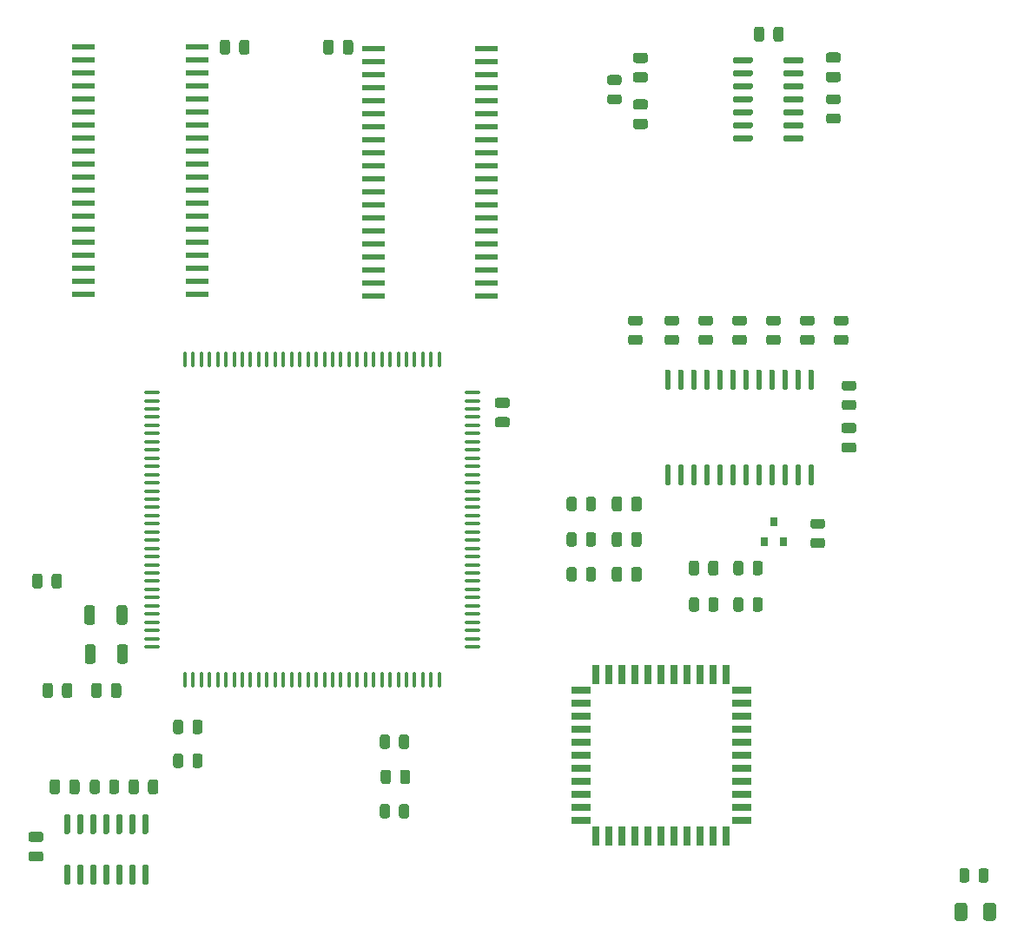
<source format=gtp>
G04 #@! TF.GenerationSoftware,KiCad,Pcbnew,(5.1.10)-1*
G04 #@! TF.CreationDate,2021-07-30T10:38:07+01:00*
G04 #@! TF.ProjectId,GfxV9990,47667856-3939-4393-902e-6b696361645f,rev?*
G04 #@! TF.SameCoordinates,Original*
G04 #@! TF.FileFunction,Paste,Top*
G04 #@! TF.FilePolarity,Positive*
%FSLAX46Y46*%
G04 Gerber Fmt 4.6, Leading zero omitted, Abs format (unit mm)*
G04 Created by KiCad (PCBNEW (5.1.10)-1) date 2021-07-30 10:38:07*
%MOMM*%
%LPD*%
G01*
G04 APERTURE LIST*
%ADD10R,1.925000X0.700000*%
%ADD11R,0.700000X1.925000*%
%ADD12R,0.800000X0.900000*%
%ADD13R,2.200000X0.500000*%
%ADD14O,0.350000X1.600000*%
%ADD15O,1.600000X0.350000*%
G04 APERTURE END LIST*
G36*
G01*
X182913000Y-93160000D02*
X183863000Y-93160000D01*
G75*
G02*
X184113000Y-93410000I0J-250000D01*
G01*
X184113000Y-93910000D01*
G75*
G02*
X183863000Y-94160000I-250000J0D01*
G01*
X182913000Y-94160000D01*
G75*
G02*
X182663000Y-93910000I0J250000D01*
G01*
X182663000Y-93410000D01*
G75*
G02*
X182913000Y-93160000I250000J0D01*
G01*
G37*
G36*
G01*
X182913000Y-91260000D02*
X183863000Y-91260000D01*
G75*
G02*
X184113000Y-91510000I0J-250000D01*
G01*
X184113000Y-92010000D01*
G75*
G02*
X183863000Y-92260000I-250000J0D01*
G01*
X182913000Y-92260000D01*
G75*
G02*
X182663000Y-92010000I0J250000D01*
G01*
X182663000Y-91510000D01*
G75*
G02*
X182913000Y-91260000I250000J0D01*
G01*
G37*
G36*
G01*
X174014000Y-63350000D02*
X174014000Y-63650000D01*
G75*
G02*
X173864000Y-63800000I-150000J0D01*
G01*
X172214000Y-63800000D01*
G75*
G02*
X172064000Y-63650000I0J150000D01*
G01*
X172064000Y-63350000D01*
G75*
G02*
X172214000Y-63200000I150000J0D01*
G01*
X173864000Y-63200000D01*
G75*
G02*
X174014000Y-63350000I0J-150000D01*
G01*
G37*
G36*
G01*
X174014000Y-62080000D02*
X174014000Y-62380000D01*
G75*
G02*
X173864000Y-62530000I-150000J0D01*
G01*
X172214000Y-62530000D01*
G75*
G02*
X172064000Y-62380000I0J150000D01*
G01*
X172064000Y-62080000D01*
G75*
G02*
X172214000Y-61930000I150000J0D01*
G01*
X173864000Y-61930000D01*
G75*
G02*
X174014000Y-62080000I0J-150000D01*
G01*
G37*
G36*
G01*
X174014000Y-60810000D02*
X174014000Y-61110000D01*
G75*
G02*
X173864000Y-61260000I-150000J0D01*
G01*
X172214000Y-61260000D01*
G75*
G02*
X172064000Y-61110000I0J150000D01*
G01*
X172064000Y-60810000D01*
G75*
G02*
X172214000Y-60660000I150000J0D01*
G01*
X173864000Y-60660000D01*
G75*
G02*
X174014000Y-60810000I0J-150000D01*
G01*
G37*
G36*
G01*
X174014000Y-59540000D02*
X174014000Y-59840000D01*
G75*
G02*
X173864000Y-59990000I-150000J0D01*
G01*
X172214000Y-59990000D01*
G75*
G02*
X172064000Y-59840000I0J150000D01*
G01*
X172064000Y-59540000D01*
G75*
G02*
X172214000Y-59390000I150000J0D01*
G01*
X173864000Y-59390000D01*
G75*
G02*
X174014000Y-59540000I0J-150000D01*
G01*
G37*
G36*
G01*
X174014000Y-58270000D02*
X174014000Y-58570000D01*
G75*
G02*
X173864000Y-58720000I-150000J0D01*
G01*
X172214000Y-58720000D01*
G75*
G02*
X172064000Y-58570000I0J150000D01*
G01*
X172064000Y-58270000D01*
G75*
G02*
X172214000Y-58120000I150000J0D01*
G01*
X173864000Y-58120000D01*
G75*
G02*
X174014000Y-58270000I0J-150000D01*
G01*
G37*
G36*
G01*
X174014000Y-57000000D02*
X174014000Y-57300000D01*
G75*
G02*
X173864000Y-57450000I-150000J0D01*
G01*
X172214000Y-57450000D01*
G75*
G02*
X172064000Y-57300000I0J150000D01*
G01*
X172064000Y-57000000D01*
G75*
G02*
X172214000Y-56850000I150000J0D01*
G01*
X173864000Y-56850000D01*
G75*
G02*
X174014000Y-57000000I0J-150000D01*
G01*
G37*
G36*
G01*
X174014000Y-55730000D02*
X174014000Y-56030000D01*
G75*
G02*
X173864000Y-56180000I-150000J0D01*
G01*
X172214000Y-56180000D01*
G75*
G02*
X172064000Y-56030000I0J150000D01*
G01*
X172064000Y-55730000D01*
G75*
G02*
X172214000Y-55580000I150000J0D01*
G01*
X173864000Y-55580000D01*
G75*
G02*
X174014000Y-55730000I0J-150000D01*
G01*
G37*
G36*
G01*
X178964000Y-55730000D02*
X178964000Y-56030000D01*
G75*
G02*
X178814000Y-56180000I-150000J0D01*
G01*
X177164000Y-56180000D01*
G75*
G02*
X177014000Y-56030000I0J150000D01*
G01*
X177014000Y-55730000D01*
G75*
G02*
X177164000Y-55580000I150000J0D01*
G01*
X178814000Y-55580000D01*
G75*
G02*
X178964000Y-55730000I0J-150000D01*
G01*
G37*
G36*
G01*
X178964000Y-57000000D02*
X178964000Y-57300000D01*
G75*
G02*
X178814000Y-57450000I-150000J0D01*
G01*
X177164000Y-57450000D01*
G75*
G02*
X177014000Y-57300000I0J150000D01*
G01*
X177014000Y-57000000D01*
G75*
G02*
X177164000Y-56850000I150000J0D01*
G01*
X178814000Y-56850000D01*
G75*
G02*
X178964000Y-57000000I0J-150000D01*
G01*
G37*
G36*
G01*
X178964000Y-58270000D02*
X178964000Y-58570000D01*
G75*
G02*
X178814000Y-58720000I-150000J0D01*
G01*
X177164000Y-58720000D01*
G75*
G02*
X177014000Y-58570000I0J150000D01*
G01*
X177014000Y-58270000D01*
G75*
G02*
X177164000Y-58120000I150000J0D01*
G01*
X178814000Y-58120000D01*
G75*
G02*
X178964000Y-58270000I0J-150000D01*
G01*
G37*
G36*
G01*
X178964000Y-59540000D02*
X178964000Y-59840000D01*
G75*
G02*
X178814000Y-59990000I-150000J0D01*
G01*
X177164000Y-59990000D01*
G75*
G02*
X177014000Y-59840000I0J150000D01*
G01*
X177014000Y-59540000D01*
G75*
G02*
X177164000Y-59390000I150000J0D01*
G01*
X178814000Y-59390000D01*
G75*
G02*
X178964000Y-59540000I0J-150000D01*
G01*
G37*
G36*
G01*
X178964000Y-60810000D02*
X178964000Y-61110000D01*
G75*
G02*
X178814000Y-61260000I-150000J0D01*
G01*
X177164000Y-61260000D01*
G75*
G02*
X177014000Y-61110000I0J150000D01*
G01*
X177014000Y-60810000D01*
G75*
G02*
X177164000Y-60660000I150000J0D01*
G01*
X178814000Y-60660000D01*
G75*
G02*
X178964000Y-60810000I0J-150000D01*
G01*
G37*
G36*
G01*
X178964000Y-62080000D02*
X178964000Y-62380000D01*
G75*
G02*
X178814000Y-62530000I-150000J0D01*
G01*
X177164000Y-62530000D01*
G75*
G02*
X177014000Y-62380000I0J150000D01*
G01*
X177014000Y-62080000D01*
G75*
G02*
X177164000Y-61930000I150000J0D01*
G01*
X178814000Y-61930000D01*
G75*
G02*
X178964000Y-62080000I0J-150000D01*
G01*
G37*
G36*
G01*
X178964000Y-63350000D02*
X178964000Y-63650000D01*
G75*
G02*
X178814000Y-63800000I-150000J0D01*
G01*
X177164000Y-63800000D01*
G75*
G02*
X177014000Y-63650000I0J150000D01*
G01*
X177014000Y-63350000D01*
G75*
G02*
X177164000Y-63200000I150000J0D01*
G01*
X178814000Y-63200000D01*
G75*
G02*
X178964000Y-63350000I0J-150000D01*
G01*
G37*
D10*
X157237500Y-130048000D03*
X157237500Y-128778000D03*
X157237500Y-127508000D03*
X157237500Y-126238000D03*
X157237500Y-124968000D03*
X157237500Y-123698000D03*
X157237500Y-122428000D03*
X157237500Y-121158000D03*
X157237500Y-119888000D03*
X157237500Y-118618000D03*
X157237500Y-117348000D03*
D11*
X158750000Y-115835500D03*
X160020000Y-115835500D03*
X161290000Y-115835500D03*
X162560000Y-115835500D03*
X163830000Y-115835500D03*
X165100000Y-115835500D03*
X166370000Y-115835500D03*
X167640000Y-115835500D03*
X168910000Y-115835500D03*
X170180000Y-115835500D03*
X171450000Y-115835500D03*
D10*
X172962500Y-117348000D03*
X172962500Y-118618000D03*
X172962500Y-119888000D03*
X172962500Y-121158000D03*
X172962500Y-122428000D03*
X172962500Y-123698000D03*
X172962500Y-124968000D03*
X172962500Y-126238000D03*
X172962500Y-127508000D03*
X172962500Y-128778000D03*
X172962500Y-130048000D03*
D11*
X158750000Y-131560500D03*
X160020000Y-131560500D03*
X161290000Y-131560500D03*
X162560000Y-131560500D03*
X163830000Y-131560500D03*
X171450000Y-131560500D03*
X170180000Y-131560500D03*
X168910000Y-131560500D03*
X167640000Y-131560500D03*
X166370000Y-131560500D03*
X165100000Y-131560500D03*
G36*
G01*
X114658000Y-134342000D02*
X114958000Y-134342000D01*
G75*
G02*
X115108000Y-134492000I0J-150000D01*
G01*
X115108000Y-136142000D01*
G75*
G02*
X114958000Y-136292000I-150000J0D01*
G01*
X114658000Y-136292000D01*
G75*
G02*
X114508000Y-136142000I0J150000D01*
G01*
X114508000Y-134492000D01*
G75*
G02*
X114658000Y-134342000I150000J0D01*
G01*
G37*
G36*
G01*
X113388000Y-134342000D02*
X113688000Y-134342000D01*
G75*
G02*
X113838000Y-134492000I0J-150000D01*
G01*
X113838000Y-136142000D01*
G75*
G02*
X113688000Y-136292000I-150000J0D01*
G01*
X113388000Y-136292000D01*
G75*
G02*
X113238000Y-136142000I0J150000D01*
G01*
X113238000Y-134492000D01*
G75*
G02*
X113388000Y-134342000I150000J0D01*
G01*
G37*
G36*
G01*
X112118000Y-134342000D02*
X112418000Y-134342000D01*
G75*
G02*
X112568000Y-134492000I0J-150000D01*
G01*
X112568000Y-136142000D01*
G75*
G02*
X112418000Y-136292000I-150000J0D01*
G01*
X112118000Y-136292000D01*
G75*
G02*
X111968000Y-136142000I0J150000D01*
G01*
X111968000Y-134492000D01*
G75*
G02*
X112118000Y-134342000I150000J0D01*
G01*
G37*
G36*
G01*
X110848000Y-134342000D02*
X111148000Y-134342000D01*
G75*
G02*
X111298000Y-134492000I0J-150000D01*
G01*
X111298000Y-136142000D01*
G75*
G02*
X111148000Y-136292000I-150000J0D01*
G01*
X110848000Y-136292000D01*
G75*
G02*
X110698000Y-136142000I0J150000D01*
G01*
X110698000Y-134492000D01*
G75*
G02*
X110848000Y-134342000I150000J0D01*
G01*
G37*
G36*
G01*
X109578000Y-134342000D02*
X109878000Y-134342000D01*
G75*
G02*
X110028000Y-134492000I0J-150000D01*
G01*
X110028000Y-136142000D01*
G75*
G02*
X109878000Y-136292000I-150000J0D01*
G01*
X109578000Y-136292000D01*
G75*
G02*
X109428000Y-136142000I0J150000D01*
G01*
X109428000Y-134492000D01*
G75*
G02*
X109578000Y-134342000I150000J0D01*
G01*
G37*
G36*
G01*
X108308000Y-134342000D02*
X108608000Y-134342000D01*
G75*
G02*
X108758000Y-134492000I0J-150000D01*
G01*
X108758000Y-136142000D01*
G75*
G02*
X108608000Y-136292000I-150000J0D01*
G01*
X108308000Y-136292000D01*
G75*
G02*
X108158000Y-136142000I0J150000D01*
G01*
X108158000Y-134492000D01*
G75*
G02*
X108308000Y-134342000I150000J0D01*
G01*
G37*
G36*
G01*
X107038000Y-134342000D02*
X107338000Y-134342000D01*
G75*
G02*
X107488000Y-134492000I0J-150000D01*
G01*
X107488000Y-136142000D01*
G75*
G02*
X107338000Y-136292000I-150000J0D01*
G01*
X107038000Y-136292000D01*
G75*
G02*
X106888000Y-136142000I0J150000D01*
G01*
X106888000Y-134492000D01*
G75*
G02*
X107038000Y-134342000I150000J0D01*
G01*
G37*
G36*
G01*
X107038000Y-129392000D02*
X107338000Y-129392000D01*
G75*
G02*
X107488000Y-129542000I0J-150000D01*
G01*
X107488000Y-131192000D01*
G75*
G02*
X107338000Y-131342000I-150000J0D01*
G01*
X107038000Y-131342000D01*
G75*
G02*
X106888000Y-131192000I0J150000D01*
G01*
X106888000Y-129542000D01*
G75*
G02*
X107038000Y-129392000I150000J0D01*
G01*
G37*
G36*
G01*
X108308000Y-129392000D02*
X108608000Y-129392000D01*
G75*
G02*
X108758000Y-129542000I0J-150000D01*
G01*
X108758000Y-131192000D01*
G75*
G02*
X108608000Y-131342000I-150000J0D01*
G01*
X108308000Y-131342000D01*
G75*
G02*
X108158000Y-131192000I0J150000D01*
G01*
X108158000Y-129542000D01*
G75*
G02*
X108308000Y-129392000I150000J0D01*
G01*
G37*
G36*
G01*
X109578000Y-129392000D02*
X109878000Y-129392000D01*
G75*
G02*
X110028000Y-129542000I0J-150000D01*
G01*
X110028000Y-131192000D01*
G75*
G02*
X109878000Y-131342000I-150000J0D01*
G01*
X109578000Y-131342000D01*
G75*
G02*
X109428000Y-131192000I0J150000D01*
G01*
X109428000Y-129542000D01*
G75*
G02*
X109578000Y-129392000I150000J0D01*
G01*
G37*
G36*
G01*
X110848000Y-129392000D02*
X111148000Y-129392000D01*
G75*
G02*
X111298000Y-129542000I0J-150000D01*
G01*
X111298000Y-131192000D01*
G75*
G02*
X111148000Y-131342000I-150000J0D01*
G01*
X110848000Y-131342000D01*
G75*
G02*
X110698000Y-131192000I0J150000D01*
G01*
X110698000Y-129542000D01*
G75*
G02*
X110848000Y-129392000I150000J0D01*
G01*
G37*
G36*
G01*
X112118000Y-129392000D02*
X112418000Y-129392000D01*
G75*
G02*
X112568000Y-129542000I0J-150000D01*
G01*
X112568000Y-131192000D01*
G75*
G02*
X112418000Y-131342000I-150000J0D01*
G01*
X112118000Y-131342000D01*
G75*
G02*
X111968000Y-131192000I0J150000D01*
G01*
X111968000Y-129542000D01*
G75*
G02*
X112118000Y-129392000I150000J0D01*
G01*
G37*
G36*
G01*
X113388000Y-129392000D02*
X113688000Y-129392000D01*
G75*
G02*
X113838000Y-129542000I0J-150000D01*
G01*
X113838000Y-131192000D01*
G75*
G02*
X113688000Y-131342000I-150000J0D01*
G01*
X113388000Y-131342000D01*
G75*
G02*
X113238000Y-131192000I0J150000D01*
G01*
X113238000Y-129542000D01*
G75*
G02*
X113388000Y-129392000I150000J0D01*
G01*
G37*
G36*
G01*
X114658000Y-129392000D02*
X114958000Y-129392000D01*
G75*
G02*
X115108000Y-129542000I0J-150000D01*
G01*
X115108000Y-131192000D01*
G75*
G02*
X114958000Y-131342000I-150000J0D01*
G01*
X114658000Y-131342000D01*
G75*
G02*
X114508000Y-131192000I0J150000D01*
G01*
X114508000Y-129542000D01*
G75*
G02*
X114658000Y-129392000I150000J0D01*
G01*
G37*
G36*
G01*
X119400500Y-121360250D02*
X119400500Y-120447750D01*
G75*
G02*
X119644250Y-120204000I243750J0D01*
G01*
X120131750Y-120204000D01*
G75*
G02*
X120375500Y-120447750I0J-243750D01*
G01*
X120375500Y-121360250D01*
G75*
G02*
X120131750Y-121604000I-243750J0D01*
G01*
X119644250Y-121604000D01*
G75*
G02*
X119400500Y-121360250I0J243750D01*
G01*
G37*
G36*
G01*
X117525500Y-121360250D02*
X117525500Y-120447750D01*
G75*
G02*
X117769250Y-120204000I243750J0D01*
G01*
X118256750Y-120204000D01*
G75*
G02*
X118500500Y-120447750I0J-243750D01*
G01*
X118500500Y-121360250D01*
G75*
G02*
X118256750Y-121604000I-243750J0D01*
G01*
X117769250Y-121604000D01*
G75*
G02*
X117525500Y-121360250I0J243750D01*
G01*
G37*
G36*
G01*
X119400500Y-124662250D02*
X119400500Y-123749750D01*
G75*
G02*
X119644250Y-123506000I243750J0D01*
G01*
X120131750Y-123506000D01*
G75*
G02*
X120375500Y-123749750I0J-243750D01*
G01*
X120375500Y-124662250D01*
G75*
G02*
X120131750Y-124906000I-243750J0D01*
G01*
X119644250Y-124906000D01*
G75*
G02*
X119400500Y-124662250I0J243750D01*
G01*
G37*
G36*
G01*
X117525500Y-124662250D02*
X117525500Y-123749750D01*
G75*
G02*
X117769250Y-123506000I243750J0D01*
G01*
X118256750Y-123506000D01*
G75*
G02*
X118500500Y-123749750I0J-243750D01*
G01*
X118500500Y-124662250D01*
G75*
G02*
X118256750Y-124906000I-243750J0D01*
G01*
X117769250Y-124906000D01*
G75*
G02*
X117525500Y-124662250I0J243750D01*
G01*
G37*
G36*
G01*
X139537500Y-122806250D02*
X139537500Y-121893750D01*
G75*
G02*
X139781250Y-121650000I243750J0D01*
G01*
X140268750Y-121650000D01*
G75*
G02*
X140512500Y-121893750I0J-243750D01*
G01*
X140512500Y-122806250D01*
G75*
G02*
X140268750Y-123050000I-243750J0D01*
G01*
X139781250Y-123050000D01*
G75*
G02*
X139537500Y-122806250I0J243750D01*
G01*
G37*
G36*
G01*
X137662500Y-122806250D02*
X137662500Y-121893750D01*
G75*
G02*
X137906250Y-121650000I243750J0D01*
G01*
X138393750Y-121650000D01*
G75*
G02*
X138637500Y-121893750I0J-243750D01*
G01*
X138637500Y-122806250D01*
G75*
G02*
X138393750Y-123050000I-243750J0D01*
G01*
X137906250Y-123050000D01*
G75*
G02*
X137662500Y-122806250I0J243750D01*
G01*
G37*
G36*
G01*
X139637500Y-126231250D02*
X139637500Y-125318750D01*
G75*
G02*
X139881250Y-125075000I243750J0D01*
G01*
X140368750Y-125075000D01*
G75*
G02*
X140612500Y-125318750I0J-243750D01*
G01*
X140612500Y-126231250D01*
G75*
G02*
X140368750Y-126475000I-243750J0D01*
G01*
X139881250Y-126475000D01*
G75*
G02*
X139637500Y-126231250I0J243750D01*
G01*
G37*
G36*
G01*
X137762500Y-126231250D02*
X137762500Y-125318750D01*
G75*
G02*
X138006250Y-125075000I243750J0D01*
G01*
X138493750Y-125075000D01*
G75*
G02*
X138737500Y-125318750I0J-243750D01*
G01*
X138737500Y-126231250D01*
G75*
G02*
X138493750Y-126475000I-243750J0D01*
G01*
X138006250Y-126475000D01*
G75*
G02*
X137762500Y-126231250I0J243750D01*
G01*
G37*
G36*
G01*
X139537500Y-129581250D02*
X139537500Y-128668750D01*
G75*
G02*
X139781250Y-128425000I243750J0D01*
G01*
X140268750Y-128425000D01*
G75*
G02*
X140512500Y-128668750I0J-243750D01*
G01*
X140512500Y-129581250D01*
G75*
G02*
X140268750Y-129825000I-243750J0D01*
G01*
X139781250Y-129825000D01*
G75*
G02*
X139537500Y-129581250I0J243750D01*
G01*
G37*
G36*
G01*
X137662500Y-129581250D02*
X137662500Y-128668750D01*
G75*
G02*
X137906250Y-128425000I243750J0D01*
G01*
X138393750Y-128425000D01*
G75*
G02*
X138637500Y-128668750I0J-243750D01*
G01*
X138637500Y-129581250D01*
G75*
G02*
X138393750Y-129825000I-243750J0D01*
G01*
X137906250Y-129825000D01*
G75*
G02*
X137662500Y-129581250I0J243750D01*
G01*
G37*
G36*
G01*
X110372500Y-126289750D02*
X110372500Y-127202250D01*
G75*
G02*
X110128750Y-127446000I-243750J0D01*
G01*
X109641250Y-127446000D01*
G75*
G02*
X109397500Y-127202250I0J243750D01*
G01*
X109397500Y-126289750D01*
G75*
G02*
X109641250Y-126046000I243750J0D01*
G01*
X110128750Y-126046000D01*
G75*
G02*
X110372500Y-126289750I0J-243750D01*
G01*
G37*
G36*
G01*
X112247500Y-126289750D02*
X112247500Y-127202250D01*
G75*
G02*
X112003750Y-127446000I-243750J0D01*
G01*
X111516250Y-127446000D01*
G75*
G02*
X111272500Y-127202250I0J243750D01*
G01*
X111272500Y-126289750D01*
G75*
G02*
X111516250Y-126046000I243750J0D01*
G01*
X112003750Y-126046000D01*
G75*
G02*
X112247500Y-126289750I0J-243750D01*
G01*
G37*
G36*
G01*
X179883750Y-102479500D02*
X180796250Y-102479500D01*
G75*
G02*
X181040000Y-102723250I0J-243750D01*
G01*
X181040000Y-103210750D01*
G75*
G02*
X180796250Y-103454500I-243750J0D01*
G01*
X179883750Y-103454500D01*
G75*
G02*
X179640000Y-103210750I0J243750D01*
G01*
X179640000Y-102723250D01*
G75*
G02*
X179883750Y-102479500I243750J0D01*
G01*
G37*
G36*
G01*
X179883750Y-100604500D02*
X180796250Y-100604500D01*
G75*
G02*
X181040000Y-100848250I0J-243750D01*
G01*
X181040000Y-101335750D01*
G75*
G02*
X180796250Y-101579500I-243750J0D01*
G01*
X179883750Y-101579500D01*
G75*
G02*
X179640000Y-101335750I0J243750D01*
G01*
X179640000Y-100848250D01*
G75*
G02*
X179883750Y-100604500I243750J0D01*
G01*
G37*
G36*
G01*
X173110500Y-108509750D02*
X173110500Y-109422250D01*
G75*
G02*
X172866750Y-109666000I-243750J0D01*
G01*
X172379250Y-109666000D01*
G75*
G02*
X172135500Y-109422250I0J243750D01*
G01*
X172135500Y-108509750D01*
G75*
G02*
X172379250Y-108266000I243750J0D01*
G01*
X172866750Y-108266000D01*
G75*
G02*
X173110500Y-108509750I0J-243750D01*
G01*
G37*
G36*
G01*
X174985500Y-108509750D02*
X174985500Y-109422250D01*
G75*
G02*
X174741750Y-109666000I-243750J0D01*
G01*
X174254250Y-109666000D01*
G75*
G02*
X174010500Y-109422250I0J243750D01*
G01*
X174010500Y-108509750D01*
G75*
G02*
X174254250Y-108266000I243750J0D01*
G01*
X174741750Y-108266000D01*
G75*
G02*
X174985500Y-108509750I0J-243750D01*
G01*
G37*
G36*
G01*
X173110500Y-104953750D02*
X173110500Y-105866250D01*
G75*
G02*
X172866750Y-106110000I-243750J0D01*
G01*
X172379250Y-106110000D01*
G75*
G02*
X172135500Y-105866250I0J243750D01*
G01*
X172135500Y-104953750D01*
G75*
G02*
X172379250Y-104710000I243750J0D01*
G01*
X172866750Y-104710000D01*
G75*
G02*
X173110500Y-104953750I0J-243750D01*
G01*
G37*
G36*
G01*
X174985500Y-104953750D02*
X174985500Y-105866250D01*
G75*
G02*
X174741750Y-106110000I-243750J0D01*
G01*
X174254250Y-106110000D01*
G75*
G02*
X174010500Y-105866250I0J243750D01*
G01*
X174010500Y-104953750D01*
G75*
G02*
X174254250Y-104710000I243750J0D01*
G01*
X174741750Y-104710000D01*
G75*
G02*
X174985500Y-104953750I0J-243750D01*
G01*
G37*
G36*
G01*
X175565750Y-82667500D02*
X176478250Y-82667500D01*
G75*
G02*
X176722000Y-82911250I0J-243750D01*
G01*
X176722000Y-83398750D01*
G75*
G02*
X176478250Y-83642500I-243750J0D01*
G01*
X175565750Y-83642500D01*
G75*
G02*
X175322000Y-83398750I0J243750D01*
G01*
X175322000Y-82911250D01*
G75*
G02*
X175565750Y-82667500I243750J0D01*
G01*
G37*
G36*
G01*
X175565750Y-80792500D02*
X176478250Y-80792500D01*
G75*
G02*
X176722000Y-81036250I0J-243750D01*
G01*
X176722000Y-81523750D01*
G75*
G02*
X176478250Y-81767500I-243750J0D01*
G01*
X175565750Y-81767500D01*
G75*
G02*
X175322000Y-81523750I0J243750D01*
G01*
X175322000Y-81036250D01*
G75*
G02*
X175565750Y-80792500I243750J0D01*
G01*
G37*
G36*
G01*
X182169750Y-82667500D02*
X183082250Y-82667500D01*
G75*
G02*
X183326000Y-82911250I0J-243750D01*
G01*
X183326000Y-83398750D01*
G75*
G02*
X183082250Y-83642500I-243750J0D01*
G01*
X182169750Y-83642500D01*
G75*
G02*
X181926000Y-83398750I0J243750D01*
G01*
X181926000Y-82911250D01*
G75*
G02*
X182169750Y-82667500I243750J0D01*
G01*
G37*
G36*
G01*
X182169750Y-80792500D02*
X183082250Y-80792500D01*
G75*
G02*
X183326000Y-81036250I0J-243750D01*
G01*
X183326000Y-81523750D01*
G75*
G02*
X183082250Y-81767500I-243750J0D01*
G01*
X182169750Y-81767500D01*
G75*
G02*
X181926000Y-81523750I0J243750D01*
G01*
X181926000Y-81036250D01*
G75*
G02*
X182169750Y-80792500I243750J0D01*
G01*
G37*
G36*
G01*
X178867750Y-82667500D02*
X179780250Y-82667500D01*
G75*
G02*
X180024000Y-82911250I0J-243750D01*
G01*
X180024000Y-83398750D01*
G75*
G02*
X179780250Y-83642500I-243750J0D01*
G01*
X178867750Y-83642500D01*
G75*
G02*
X178624000Y-83398750I0J243750D01*
G01*
X178624000Y-82911250D01*
G75*
G02*
X178867750Y-82667500I243750J0D01*
G01*
G37*
G36*
G01*
X178867750Y-80792500D02*
X179780250Y-80792500D01*
G75*
G02*
X180024000Y-81036250I0J-243750D01*
G01*
X180024000Y-81523750D01*
G75*
G02*
X179780250Y-81767500I-243750J0D01*
G01*
X178867750Y-81767500D01*
G75*
G02*
X178624000Y-81523750I0J243750D01*
G01*
X178624000Y-81036250D01*
G75*
G02*
X178867750Y-80792500I243750J0D01*
G01*
G37*
G36*
G01*
X172263750Y-82667500D02*
X173176250Y-82667500D01*
G75*
G02*
X173420000Y-82911250I0J-243750D01*
G01*
X173420000Y-83398750D01*
G75*
G02*
X173176250Y-83642500I-243750J0D01*
G01*
X172263750Y-83642500D01*
G75*
G02*
X172020000Y-83398750I0J243750D01*
G01*
X172020000Y-82911250D01*
G75*
G02*
X172263750Y-82667500I243750J0D01*
G01*
G37*
G36*
G01*
X172263750Y-80792500D02*
X173176250Y-80792500D01*
G75*
G02*
X173420000Y-81036250I0J-243750D01*
G01*
X173420000Y-81523750D01*
G75*
G02*
X173176250Y-81767500I-243750J0D01*
G01*
X172263750Y-81767500D01*
G75*
G02*
X172020000Y-81523750I0J243750D01*
G01*
X172020000Y-81036250D01*
G75*
G02*
X172263750Y-80792500I243750J0D01*
G01*
G37*
G36*
G01*
X168961750Y-82667500D02*
X169874250Y-82667500D01*
G75*
G02*
X170118000Y-82911250I0J-243750D01*
G01*
X170118000Y-83398750D01*
G75*
G02*
X169874250Y-83642500I-243750J0D01*
G01*
X168961750Y-83642500D01*
G75*
G02*
X168718000Y-83398750I0J243750D01*
G01*
X168718000Y-82911250D01*
G75*
G02*
X168961750Y-82667500I243750J0D01*
G01*
G37*
G36*
G01*
X168961750Y-80792500D02*
X169874250Y-80792500D01*
G75*
G02*
X170118000Y-81036250I0J-243750D01*
G01*
X170118000Y-81523750D01*
G75*
G02*
X169874250Y-81767500I-243750J0D01*
G01*
X168961750Y-81767500D01*
G75*
G02*
X168718000Y-81523750I0J243750D01*
G01*
X168718000Y-81036250D01*
G75*
G02*
X168961750Y-80792500I243750J0D01*
G01*
G37*
G36*
G01*
X165659750Y-82667500D02*
X166572250Y-82667500D01*
G75*
G02*
X166816000Y-82911250I0J-243750D01*
G01*
X166816000Y-83398750D01*
G75*
G02*
X166572250Y-83642500I-243750J0D01*
G01*
X165659750Y-83642500D01*
G75*
G02*
X165416000Y-83398750I0J243750D01*
G01*
X165416000Y-82911250D01*
G75*
G02*
X165659750Y-82667500I243750J0D01*
G01*
G37*
G36*
G01*
X165659750Y-80792500D02*
X166572250Y-80792500D01*
G75*
G02*
X166816000Y-81036250I0J-243750D01*
G01*
X166816000Y-81523750D01*
G75*
G02*
X166572250Y-81767500I-243750J0D01*
G01*
X165659750Y-81767500D01*
G75*
G02*
X165416000Y-81523750I0J243750D01*
G01*
X165416000Y-81036250D01*
G75*
G02*
X165659750Y-80792500I243750J0D01*
G01*
G37*
G36*
G01*
X162103750Y-82667500D02*
X163016250Y-82667500D01*
G75*
G02*
X163260000Y-82911250I0J-243750D01*
G01*
X163260000Y-83398750D01*
G75*
G02*
X163016250Y-83642500I-243750J0D01*
G01*
X162103750Y-83642500D01*
G75*
G02*
X161860000Y-83398750I0J243750D01*
G01*
X161860000Y-82911250D01*
G75*
G02*
X162103750Y-82667500I243750J0D01*
G01*
G37*
G36*
G01*
X162103750Y-80792500D02*
X163016250Y-80792500D01*
G75*
G02*
X163260000Y-81036250I0J-243750D01*
G01*
X163260000Y-81523750D01*
G75*
G02*
X163016250Y-81767500I-243750J0D01*
G01*
X162103750Y-81767500D01*
G75*
G02*
X161860000Y-81523750I0J243750D01*
G01*
X161860000Y-81036250D01*
G75*
G02*
X162103750Y-80792500I243750J0D01*
G01*
G37*
G36*
G01*
X182931750Y-89017500D02*
X183844250Y-89017500D01*
G75*
G02*
X184088000Y-89261250I0J-243750D01*
G01*
X184088000Y-89748750D01*
G75*
G02*
X183844250Y-89992500I-243750J0D01*
G01*
X182931750Y-89992500D01*
G75*
G02*
X182688000Y-89748750I0J243750D01*
G01*
X182688000Y-89261250D01*
G75*
G02*
X182931750Y-89017500I243750J0D01*
G01*
G37*
G36*
G01*
X182931750Y-87142500D02*
X183844250Y-87142500D01*
G75*
G02*
X184088000Y-87386250I0J-243750D01*
G01*
X184088000Y-87873750D01*
G75*
G02*
X183844250Y-88117500I-243750J0D01*
G01*
X182931750Y-88117500D01*
G75*
G02*
X182688000Y-87873750I0J243750D01*
G01*
X182688000Y-87386250D01*
G75*
G02*
X182931750Y-87142500I243750J0D01*
G01*
G37*
G36*
G01*
X181407750Y-61077500D02*
X182320250Y-61077500D01*
G75*
G02*
X182564000Y-61321250I0J-243750D01*
G01*
X182564000Y-61808750D01*
G75*
G02*
X182320250Y-62052500I-243750J0D01*
G01*
X181407750Y-62052500D01*
G75*
G02*
X181164000Y-61808750I0J243750D01*
G01*
X181164000Y-61321250D01*
G75*
G02*
X181407750Y-61077500I243750J0D01*
G01*
G37*
G36*
G01*
X181407750Y-59202500D02*
X182320250Y-59202500D01*
G75*
G02*
X182564000Y-59446250I0J-243750D01*
G01*
X182564000Y-59933750D01*
G75*
G02*
X182320250Y-60177500I-243750J0D01*
G01*
X181407750Y-60177500D01*
G75*
G02*
X181164000Y-59933750I0J243750D01*
G01*
X181164000Y-59446250D01*
G75*
G02*
X181407750Y-59202500I243750J0D01*
G01*
G37*
G36*
G01*
X168792500Y-108509750D02*
X168792500Y-109422250D01*
G75*
G02*
X168548750Y-109666000I-243750J0D01*
G01*
X168061250Y-109666000D01*
G75*
G02*
X167817500Y-109422250I0J243750D01*
G01*
X167817500Y-108509750D01*
G75*
G02*
X168061250Y-108266000I243750J0D01*
G01*
X168548750Y-108266000D01*
G75*
G02*
X168792500Y-108509750I0J-243750D01*
G01*
G37*
G36*
G01*
X170667500Y-108509750D02*
X170667500Y-109422250D01*
G75*
G02*
X170423750Y-109666000I-243750J0D01*
G01*
X169936250Y-109666000D01*
G75*
G02*
X169692500Y-109422250I0J243750D01*
G01*
X169692500Y-108509750D01*
G75*
G02*
X169936250Y-108266000I243750J0D01*
G01*
X170423750Y-108266000D01*
G75*
G02*
X170667500Y-108509750I0J-243750D01*
G01*
G37*
G36*
G01*
X156852200Y-98705350D02*
X156852200Y-99617850D01*
G75*
G02*
X156608450Y-99861600I-243750J0D01*
G01*
X156120950Y-99861600D01*
G75*
G02*
X155877200Y-99617850I0J243750D01*
G01*
X155877200Y-98705350D01*
G75*
G02*
X156120950Y-98461600I243750J0D01*
G01*
X156608450Y-98461600D01*
G75*
G02*
X156852200Y-98705350I0J-243750D01*
G01*
G37*
G36*
G01*
X158727200Y-98705350D02*
X158727200Y-99617850D01*
G75*
G02*
X158483450Y-99861600I-243750J0D01*
G01*
X157995950Y-99861600D01*
G75*
G02*
X157752200Y-99617850I0J243750D01*
G01*
X157752200Y-98705350D01*
G75*
G02*
X157995950Y-98461600I243750J0D01*
G01*
X158483450Y-98461600D01*
G75*
G02*
X158727200Y-98705350I0J-243750D01*
G01*
G37*
G36*
G01*
X156852200Y-102159750D02*
X156852200Y-103072250D01*
G75*
G02*
X156608450Y-103316000I-243750J0D01*
G01*
X156120950Y-103316000D01*
G75*
G02*
X155877200Y-103072250I0J243750D01*
G01*
X155877200Y-102159750D01*
G75*
G02*
X156120950Y-101916000I243750J0D01*
G01*
X156608450Y-101916000D01*
G75*
G02*
X156852200Y-102159750I0J-243750D01*
G01*
G37*
G36*
G01*
X158727200Y-102159750D02*
X158727200Y-103072250D01*
G75*
G02*
X158483450Y-103316000I-243750J0D01*
G01*
X157995950Y-103316000D01*
G75*
G02*
X157752200Y-103072250I0J243750D01*
G01*
X157752200Y-102159750D01*
G75*
G02*
X157995950Y-101916000I243750J0D01*
G01*
X158483450Y-101916000D01*
G75*
G02*
X158727200Y-102159750I0J-243750D01*
G01*
G37*
G36*
G01*
X160984250Y-58302500D02*
X160071750Y-58302500D01*
G75*
G02*
X159828000Y-58058750I0J243750D01*
G01*
X159828000Y-57571250D01*
G75*
G02*
X160071750Y-57327500I243750J0D01*
G01*
X160984250Y-57327500D01*
G75*
G02*
X161228000Y-57571250I0J-243750D01*
G01*
X161228000Y-58058750D01*
G75*
G02*
X160984250Y-58302500I-243750J0D01*
G01*
G37*
G36*
G01*
X160984250Y-60177500D02*
X160071750Y-60177500D01*
G75*
G02*
X159828000Y-59933750I0J243750D01*
G01*
X159828000Y-59446250D01*
G75*
G02*
X160071750Y-59202500I243750J0D01*
G01*
X160984250Y-59202500D01*
G75*
G02*
X161228000Y-59446250I0J-243750D01*
G01*
X161228000Y-59933750D01*
G75*
G02*
X160984250Y-60177500I-243750J0D01*
G01*
G37*
G36*
G01*
X156854500Y-105563350D02*
X156854500Y-106475850D01*
G75*
G02*
X156610750Y-106719600I-243750J0D01*
G01*
X156123250Y-106719600D01*
G75*
G02*
X155879500Y-106475850I0J243750D01*
G01*
X155879500Y-105563350D01*
G75*
G02*
X156123250Y-105319600I243750J0D01*
G01*
X156610750Y-105319600D01*
G75*
G02*
X156854500Y-105563350I0J-243750D01*
G01*
G37*
G36*
G01*
X158729500Y-105563350D02*
X158729500Y-106475850D01*
G75*
G02*
X158485750Y-106719600I-243750J0D01*
G01*
X157998250Y-106719600D01*
G75*
G02*
X157754500Y-106475850I0J243750D01*
G01*
X157754500Y-105563350D01*
G75*
G02*
X157998250Y-105319600I243750J0D01*
G01*
X158485750Y-105319600D01*
G75*
G02*
X158729500Y-105563350I0J-243750D01*
G01*
G37*
G36*
G01*
X195130000Y-134925750D02*
X195130000Y-135838250D01*
G75*
G02*
X194886250Y-136082000I-243750J0D01*
G01*
X194398750Y-136082000D01*
G75*
G02*
X194155000Y-135838250I0J243750D01*
G01*
X194155000Y-134925750D01*
G75*
G02*
X194398750Y-134682000I243750J0D01*
G01*
X194886250Y-134682000D01*
G75*
G02*
X195130000Y-134925750I0J-243750D01*
G01*
G37*
G36*
G01*
X197005000Y-134925750D02*
X197005000Y-135838250D01*
G75*
G02*
X196761250Y-136082000I-243750J0D01*
G01*
X196273750Y-136082000D01*
G75*
G02*
X196030000Y-135838250I0J243750D01*
G01*
X196030000Y-134925750D01*
G75*
G02*
X196273750Y-134682000I243750J0D01*
G01*
X196761250Y-134682000D01*
G75*
G02*
X197005000Y-134925750I0J-243750D01*
G01*
G37*
D12*
X176088000Y-100870000D03*
X177038000Y-102870000D03*
X175138000Y-102870000D03*
G36*
G01*
X196479000Y-139563000D02*
X196479000Y-138313000D01*
G75*
G02*
X196729000Y-138063000I250000J0D01*
G01*
X197479000Y-138063000D01*
G75*
G02*
X197729000Y-138313000I0J-250000D01*
G01*
X197729000Y-139563000D01*
G75*
G02*
X197479000Y-139813000I-250000J0D01*
G01*
X196729000Y-139813000D01*
G75*
G02*
X196479000Y-139563000I0J250000D01*
G01*
G37*
G36*
G01*
X193679000Y-139563000D02*
X193679000Y-138313000D01*
G75*
G02*
X193929000Y-138063000I250000J0D01*
G01*
X194679000Y-138063000D01*
G75*
G02*
X194929000Y-138313000I0J-250000D01*
G01*
X194929000Y-139563000D01*
G75*
G02*
X194679000Y-139813000I-250000J0D01*
G01*
X193929000Y-139813000D01*
G75*
G02*
X193679000Y-139563000I0J250000D01*
G01*
G37*
G36*
G01*
X106688000Y-117823000D02*
X106688000Y-116873000D01*
G75*
G02*
X106938000Y-116623000I250000J0D01*
G01*
X107438000Y-116623000D01*
G75*
G02*
X107688000Y-116873000I0J-250000D01*
G01*
X107688000Y-117823000D01*
G75*
G02*
X107438000Y-118073000I-250000J0D01*
G01*
X106938000Y-118073000D01*
G75*
G02*
X106688000Y-117823000I0J250000D01*
G01*
G37*
G36*
G01*
X104788000Y-117823000D02*
X104788000Y-116873000D01*
G75*
G02*
X105038000Y-116623000I250000J0D01*
G01*
X105538000Y-116623000D01*
G75*
G02*
X105788000Y-116873000I0J-250000D01*
G01*
X105788000Y-117823000D01*
G75*
G02*
X105538000Y-118073000I-250000J0D01*
G01*
X105038000Y-118073000D01*
G75*
G02*
X104788000Y-117823000I0J250000D01*
G01*
G37*
G36*
G01*
X134054000Y-55085000D02*
X134054000Y-54135000D01*
G75*
G02*
X134304000Y-53885000I250000J0D01*
G01*
X134804000Y-53885000D01*
G75*
G02*
X135054000Y-54135000I0J-250000D01*
G01*
X135054000Y-55085000D01*
G75*
G02*
X134804000Y-55335000I-250000J0D01*
G01*
X134304000Y-55335000D01*
G75*
G02*
X134054000Y-55085000I0J250000D01*
G01*
G37*
G36*
G01*
X132154000Y-55085000D02*
X132154000Y-54135000D01*
G75*
G02*
X132404000Y-53885000I250000J0D01*
G01*
X132904000Y-53885000D01*
G75*
G02*
X133154000Y-54135000I0J-250000D01*
G01*
X133154000Y-55085000D01*
G75*
G02*
X132904000Y-55335000I-250000J0D01*
G01*
X132404000Y-55335000D01*
G75*
G02*
X132154000Y-55085000I0J250000D01*
G01*
G37*
G36*
G01*
X123960000Y-55085000D02*
X123960000Y-54135000D01*
G75*
G02*
X124210000Y-53885000I250000J0D01*
G01*
X124710000Y-53885000D01*
G75*
G02*
X124960000Y-54135000I0J-250000D01*
G01*
X124960000Y-55085000D01*
G75*
G02*
X124710000Y-55335000I-250000J0D01*
G01*
X124210000Y-55335000D01*
G75*
G02*
X123960000Y-55085000I0J250000D01*
G01*
G37*
G36*
G01*
X122060000Y-55085000D02*
X122060000Y-54135000D01*
G75*
G02*
X122310000Y-53885000I250000J0D01*
G01*
X122810000Y-53885000D01*
G75*
G02*
X123060000Y-54135000I0J-250000D01*
G01*
X123060000Y-55085000D01*
G75*
G02*
X122810000Y-55335000I-250000J0D01*
G01*
X122310000Y-55335000D01*
G75*
G02*
X122060000Y-55085000I0J250000D01*
G01*
G37*
G36*
G01*
X149131000Y-90686000D02*
X150081000Y-90686000D01*
G75*
G02*
X150331000Y-90936000I0J-250000D01*
G01*
X150331000Y-91436000D01*
G75*
G02*
X150081000Y-91686000I-250000J0D01*
G01*
X149131000Y-91686000D01*
G75*
G02*
X148881000Y-91436000I0J250000D01*
G01*
X148881000Y-90936000D01*
G75*
G02*
X149131000Y-90686000I250000J0D01*
G01*
G37*
G36*
G01*
X149131000Y-88786000D02*
X150081000Y-88786000D01*
G75*
G02*
X150331000Y-89036000I0J-250000D01*
G01*
X150331000Y-89536000D01*
G75*
G02*
X150081000Y-89786000I-250000J0D01*
G01*
X149131000Y-89786000D01*
G75*
G02*
X148881000Y-89536000I0J250000D01*
G01*
X148881000Y-89036000D01*
G75*
G02*
X149131000Y-88786000I250000J0D01*
G01*
G37*
G36*
G01*
X111448000Y-117823000D02*
X111448000Y-116873000D01*
G75*
G02*
X111698000Y-116623000I250000J0D01*
G01*
X112198000Y-116623000D01*
G75*
G02*
X112448000Y-116873000I0J-250000D01*
G01*
X112448000Y-117823000D01*
G75*
G02*
X112198000Y-118073000I-250000J0D01*
G01*
X111698000Y-118073000D01*
G75*
G02*
X111448000Y-117823000I0J250000D01*
G01*
G37*
G36*
G01*
X109548000Y-117823000D02*
X109548000Y-116873000D01*
G75*
G02*
X109798000Y-116623000I250000J0D01*
G01*
X110298000Y-116623000D01*
G75*
G02*
X110548000Y-116873000I0J-250000D01*
G01*
X110548000Y-117823000D01*
G75*
G02*
X110298000Y-118073000I-250000J0D01*
G01*
X109798000Y-118073000D01*
G75*
G02*
X109548000Y-117823000I0J250000D01*
G01*
G37*
G36*
G01*
X115070000Y-127221000D02*
X115070000Y-126271000D01*
G75*
G02*
X115320000Y-126021000I250000J0D01*
G01*
X115820000Y-126021000D01*
G75*
G02*
X116070000Y-126271000I0J-250000D01*
G01*
X116070000Y-127221000D01*
G75*
G02*
X115820000Y-127471000I-250000J0D01*
G01*
X115320000Y-127471000D01*
G75*
G02*
X115070000Y-127221000I0J250000D01*
G01*
G37*
G36*
G01*
X113170000Y-127221000D02*
X113170000Y-126271000D01*
G75*
G02*
X113420000Y-126021000I250000J0D01*
G01*
X113920000Y-126021000D01*
G75*
G02*
X114170000Y-126271000I0J-250000D01*
G01*
X114170000Y-127221000D01*
G75*
G02*
X113920000Y-127471000I-250000J0D01*
G01*
X113420000Y-127471000D01*
G75*
G02*
X113170000Y-127221000I0J250000D01*
G01*
G37*
G36*
G01*
X106484000Y-126271000D02*
X106484000Y-127221000D01*
G75*
G02*
X106234000Y-127471000I-250000J0D01*
G01*
X105734000Y-127471000D01*
G75*
G02*
X105484000Y-127221000I0J250000D01*
G01*
X105484000Y-126271000D01*
G75*
G02*
X105734000Y-126021000I250000J0D01*
G01*
X106234000Y-126021000D01*
G75*
G02*
X106484000Y-126271000I0J-250000D01*
G01*
G37*
G36*
G01*
X108384000Y-126271000D02*
X108384000Y-127221000D01*
G75*
G02*
X108134000Y-127471000I-250000J0D01*
G01*
X107634000Y-127471000D01*
G75*
G02*
X107384000Y-127221000I0J250000D01*
G01*
X107384000Y-126271000D01*
G75*
G02*
X107634000Y-126021000I250000J0D01*
G01*
X108134000Y-126021000D01*
G75*
G02*
X108384000Y-126271000I0J-250000D01*
G01*
G37*
G36*
G01*
X105672000Y-107155000D02*
X105672000Y-106205000D01*
G75*
G02*
X105922000Y-105955000I250000J0D01*
G01*
X106422000Y-105955000D01*
G75*
G02*
X106672000Y-106205000I0J-250000D01*
G01*
X106672000Y-107155000D01*
G75*
G02*
X106422000Y-107405000I-250000J0D01*
G01*
X105922000Y-107405000D01*
G75*
G02*
X105672000Y-107155000I0J250000D01*
G01*
G37*
G36*
G01*
X103772000Y-107155000D02*
X103772000Y-106205000D01*
G75*
G02*
X104022000Y-105955000I250000J0D01*
G01*
X104522000Y-105955000D01*
G75*
G02*
X104772000Y-106205000I0J-250000D01*
G01*
X104772000Y-107155000D01*
G75*
G02*
X104522000Y-107405000I-250000J0D01*
G01*
X104022000Y-107405000D01*
G75*
G02*
X103772000Y-107155000I0J250000D01*
G01*
G37*
G36*
G01*
X182339000Y-56126000D02*
X181389000Y-56126000D01*
G75*
G02*
X181139000Y-55876000I0J250000D01*
G01*
X181139000Y-55376000D01*
G75*
G02*
X181389000Y-55126000I250000J0D01*
G01*
X182339000Y-55126000D01*
G75*
G02*
X182589000Y-55376000I0J-250000D01*
G01*
X182589000Y-55876000D01*
G75*
G02*
X182339000Y-56126000I-250000J0D01*
G01*
G37*
G36*
G01*
X182339000Y-58026000D02*
X181389000Y-58026000D01*
G75*
G02*
X181139000Y-57776000I0J250000D01*
G01*
X181139000Y-57276000D01*
G75*
G02*
X181389000Y-57026000I250000J0D01*
G01*
X182339000Y-57026000D01*
G75*
G02*
X182589000Y-57276000I0J-250000D01*
G01*
X182589000Y-57776000D01*
G75*
G02*
X182339000Y-58026000I-250000J0D01*
G01*
G37*
G36*
G01*
X169680000Y-105885000D02*
X169680000Y-104935000D01*
G75*
G02*
X169930000Y-104685000I250000J0D01*
G01*
X170430000Y-104685000D01*
G75*
G02*
X170680000Y-104935000I0J-250000D01*
G01*
X170680000Y-105885000D01*
G75*
G02*
X170430000Y-106135000I-250000J0D01*
G01*
X169930000Y-106135000D01*
G75*
G02*
X169680000Y-105885000I0J250000D01*
G01*
G37*
G36*
G01*
X167780000Y-105885000D02*
X167780000Y-104935000D01*
G75*
G02*
X168030000Y-104685000I250000J0D01*
G01*
X168530000Y-104685000D01*
G75*
G02*
X168780000Y-104935000I0J-250000D01*
G01*
X168780000Y-105885000D01*
G75*
G02*
X168530000Y-106135000I-250000J0D01*
G01*
X168030000Y-106135000D01*
G75*
G02*
X167780000Y-105885000I0J250000D01*
G01*
G37*
G36*
G01*
X161282000Y-105544600D02*
X161282000Y-106494600D01*
G75*
G02*
X161032000Y-106744600I-250000J0D01*
G01*
X160532000Y-106744600D01*
G75*
G02*
X160282000Y-106494600I0J250000D01*
G01*
X160282000Y-105544600D01*
G75*
G02*
X160532000Y-105294600I250000J0D01*
G01*
X161032000Y-105294600D01*
G75*
G02*
X161282000Y-105544600I0J-250000D01*
G01*
G37*
G36*
G01*
X163182000Y-105544600D02*
X163182000Y-106494600D01*
G75*
G02*
X162932000Y-106744600I-250000J0D01*
G01*
X162432000Y-106744600D01*
G75*
G02*
X162182000Y-106494600I0J250000D01*
G01*
X162182000Y-105544600D01*
G75*
G02*
X162432000Y-105294600I250000J0D01*
G01*
X162932000Y-105294600D01*
G75*
G02*
X163182000Y-105544600I0J-250000D01*
G01*
G37*
G36*
G01*
X161282000Y-102141000D02*
X161282000Y-103091000D01*
G75*
G02*
X161032000Y-103341000I-250000J0D01*
G01*
X160532000Y-103341000D01*
G75*
G02*
X160282000Y-103091000I0J250000D01*
G01*
X160282000Y-102141000D01*
G75*
G02*
X160532000Y-101891000I250000J0D01*
G01*
X161032000Y-101891000D01*
G75*
G02*
X161282000Y-102141000I0J-250000D01*
G01*
G37*
G36*
G01*
X163182000Y-102141000D02*
X163182000Y-103091000D01*
G75*
G02*
X162932000Y-103341000I-250000J0D01*
G01*
X162432000Y-103341000D01*
G75*
G02*
X162182000Y-103091000I0J250000D01*
G01*
X162182000Y-102141000D01*
G75*
G02*
X162432000Y-101891000I250000J0D01*
G01*
X162932000Y-101891000D01*
G75*
G02*
X163182000Y-102141000I0J-250000D01*
G01*
G37*
G36*
G01*
X161282000Y-98686600D02*
X161282000Y-99636600D01*
G75*
G02*
X161032000Y-99886600I-250000J0D01*
G01*
X160532000Y-99886600D01*
G75*
G02*
X160282000Y-99636600I0J250000D01*
G01*
X160282000Y-98686600D01*
G75*
G02*
X160532000Y-98436600I250000J0D01*
G01*
X161032000Y-98436600D01*
G75*
G02*
X161282000Y-98686600I0J-250000D01*
G01*
G37*
G36*
G01*
X163182000Y-98686600D02*
X163182000Y-99636600D01*
G75*
G02*
X162932000Y-99886600I-250000J0D01*
G01*
X162432000Y-99886600D01*
G75*
G02*
X162182000Y-99636600I0J250000D01*
G01*
X162182000Y-98686600D01*
G75*
G02*
X162432000Y-98436600I250000J0D01*
G01*
X162932000Y-98436600D01*
G75*
G02*
X163182000Y-98686600I0J-250000D01*
G01*
G37*
G36*
G01*
X162593000Y-57052000D02*
X163543000Y-57052000D01*
G75*
G02*
X163793000Y-57302000I0J-250000D01*
G01*
X163793000Y-57802000D01*
G75*
G02*
X163543000Y-58052000I-250000J0D01*
G01*
X162593000Y-58052000D01*
G75*
G02*
X162343000Y-57802000I0J250000D01*
G01*
X162343000Y-57302000D01*
G75*
G02*
X162593000Y-57052000I250000J0D01*
G01*
G37*
G36*
G01*
X162593000Y-55152000D02*
X163543000Y-55152000D01*
G75*
G02*
X163793000Y-55402000I0J-250000D01*
G01*
X163793000Y-55902000D01*
G75*
G02*
X163543000Y-56152000I-250000J0D01*
G01*
X162593000Y-56152000D01*
G75*
G02*
X162343000Y-55902000I0J250000D01*
G01*
X162343000Y-55402000D01*
G75*
G02*
X162593000Y-55152000I250000J0D01*
G01*
G37*
G36*
G01*
X163543000Y-60698000D02*
X162593000Y-60698000D01*
G75*
G02*
X162343000Y-60448000I0J250000D01*
G01*
X162343000Y-59948000D01*
G75*
G02*
X162593000Y-59698000I250000J0D01*
G01*
X163543000Y-59698000D01*
G75*
G02*
X163793000Y-59948000I0J-250000D01*
G01*
X163793000Y-60448000D01*
G75*
G02*
X163543000Y-60698000I-250000J0D01*
G01*
G37*
G36*
G01*
X163543000Y-62598000D02*
X162593000Y-62598000D01*
G75*
G02*
X162343000Y-62348000I0J250000D01*
G01*
X162343000Y-61848000D01*
G75*
G02*
X162593000Y-61598000I250000J0D01*
G01*
X163543000Y-61598000D01*
G75*
G02*
X163793000Y-61848000I0J-250000D01*
G01*
X163793000Y-62348000D01*
G75*
G02*
X163543000Y-62598000I-250000J0D01*
G01*
G37*
G36*
G01*
X176030000Y-53815000D02*
X176030000Y-52865000D01*
G75*
G02*
X176280000Y-52615000I250000J0D01*
G01*
X176780000Y-52615000D01*
G75*
G02*
X177030000Y-52865000I0J-250000D01*
G01*
X177030000Y-53815000D01*
G75*
G02*
X176780000Y-54065000I-250000J0D01*
G01*
X176280000Y-54065000D01*
G75*
G02*
X176030000Y-53815000I0J250000D01*
G01*
G37*
G36*
G01*
X174130000Y-53815000D02*
X174130000Y-52865000D01*
G75*
G02*
X174380000Y-52615000I250000J0D01*
G01*
X174880000Y-52615000D01*
G75*
G02*
X175130000Y-52865000I0J-250000D01*
G01*
X175130000Y-53815000D01*
G75*
G02*
X174880000Y-54065000I-250000J0D01*
G01*
X174380000Y-54065000D01*
G75*
G02*
X174130000Y-53815000I0J250000D01*
G01*
G37*
G36*
G01*
X104615000Y-132138000D02*
X103665000Y-132138000D01*
G75*
G02*
X103415000Y-131888000I0J250000D01*
G01*
X103415000Y-131388000D01*
G75*
G02*
X103665000Y-131138000I250000J0D01*
G01*
X104615000Y-131138000D01*
G75*
G02*
X104865000Y-131388000I0J-250000D01*
G01*
X104865000Y-131888000D01*
G75*
G02*
X104615000Y-132138000I-250000J0D01*
G01*
G37*
G36*
G01*
X104615000Y-134038000D02*
X103665000Y-134038000D01*
G75*
G02*
X103415000Y-133788000I0J250000D01*
G01*
X103415000Y-133288000D01*
G75*
G02*
X103665000Y-133038000I250000J0D01*
G01*
X104615000Y-133038000D01*
G75*
G02*
X104865000Y-133288000I0J-250000D01*
G01*
X104865000Y-133788000D01*
G75*
G02*
X104615000Y-134038000I-250000J0D01*
G01*
G37*
G36*
G01*
X165872500Y-88044000D02*
X165597500Y-88044000D01*
G75*
G02*
X165460000Y-87906500I0J137500D01*
G01*
X165460000Y-86181500D01*
G75*
G02*
X165597500Y-86044000I137500J0D01*
G01*
X165872500Y-86044000D01*
G75*
G02*
X166010000Y-86181500I0J-137500D01*
G01*
X166010000Y-87906500D01*
G75*
G02*
X165872500Y-88044000I-137500J0D01*
G01*
G37*
G36*
G01*
X167142500Y-88044000D02*
X166867500Y-88044000D01*
G75*
G02*
X166730000Y-87906500I0J137500D01*
G01*
X166730000Y-86181500D01*
G75*
G02*
X166867500Y-86044000I137500J0D01*
G01*
X167142500Y-86044000D01*
G75*
G02*
X167280000Y-86181500I0J-137500D01*
G01*
X167280000Y-87906500D01*
G75*
G02*
X167142500Y-88044000I-137500J0D01*
G01*
G37*
G36*
G01*
X168412500Y-88044000D02*
X168137500Y-88044000D01*
G75*
G02*
X168000000Y-87906500I0J137500D01*
G01*
X168000000Y-86181500D01*
G75*
G02*
X168137500Y-86044000I137500J0D01*
G01*
X168412500Y-86044000D01*
G75*
G02*
X168550000Y-86181500I0J-137500D01*
G01*
X168550000Y-87906500D01*
G75*
G02*
X168412500Y-88044000I-137500J0D01*
G01*
G37*
G36*
G01*
X169682500Y-88044000D02*
X169407500Y-88044000D01*
G75*
G02*
X169270000Y-87906500I0J137500D01*
G01*
X169270000Y-86181500D01*
G75*
G02*
X169407500Y-86044000I137500J0D01*
G01*
X169682500Y-86044000D01*
G75*
G02*
X169820000Y-86181500I0J-137500D01*
G01*
X169820000Y-87906500D01*
G75*
G02*
X169682500Y-88044000I-137500J0D01*
G01*
G37*
G36*
G01*
X170952500Y-88044000D02*
X170677500Y-88044000D01*
G75*
G02*
X170540000Y-87906500I0J137500D01*
G01*
X170540000Y-86181500D01*
G75*
G02*
X170677500Y-86044000I137500J0D01*
G01*
X170952500Y-86044000D01*
G75*
G02*
X171090000Y-86181500I0J-137500D01*
G01*
X171090000Y-87906500D01*
G75*
G02*
X170952500Y-88044000I-137500J0D01*
G01*
G37*
G36*
G01*
X172222500Y-88044000D02*
X171947500Y-88044000D01*
G75*
G02*
X171810000Y-87906500I0J137500D01*
G01*
X171810000Y-86181500D01*
G75*
G02*
X171947500Y-86044000I137500J0D01*
G01*
X172222500Y-86044000D01*
G75*
G02*
X172360000Y-86181500I0J-137500D01*
G01*
X172360000Y-87906500D01*
G75*
G02*
X172222500Y-88044000I-137500J0D01*
G01*
G37*
G36*
G01*
X173492500Y-88044000D02*
X173217500Y-88044000D01*
G75*
G02*
X173080000Y-87906500I0J137500D01*
G01*
X173080000Y-86181500D01*
G75*
G02*
X173217500Y-86044000I137500J0D01*
G01*
X173492500Y-86044000D01*
G75*
G02*
X173630000Y-86181500I0J-137500D01*
G01*
X173630000Y-87906500D01*
G75*
G02*
X173492500Y-88044000I-137500J0D01*
G01*
G37*
G36*
G01*
X174762500Y-88044000D02*
X174487500Y-88044000D01*
G75*
G02*
X174350000Y-87906500I0J137500D01*
G01*
X174350000Y-86181500D01*
G75*
G02*
X174487500Y-86044000I137500J0D01*
G01*
X174762500Y-86044000D01*
G75*
G02*
X174900000Y-86181500I0J-137500D01*
G01*
X174900000Y-87906500D01*
G75*
G02*
X174762500Y-88044000I-137500J0D01*
G01*
G37*
G36*
G01*
X176032500Y-88044000D02*
X175757500Y-88044000D01*
G75*
G02*
X175620000Y-87906500I0J137500D01*
G01*
X175620000Y-86181500D01*
G75*
G02*
X175757500Y-86044000I137500J0D01*
G01*
X176032500Y-86044000D01*
G75*
G02*
X176170000Y-86181500I0J-137500D01*
G01*
X176170000Y-87906500D01*
G75*
G02*
X176032500Y-88044000I-137500J0D01*
G01*
G37*
G36*
G01*
X177302500Y-88044000D02*
X177027500Y-88044000D01*
G75*
G02*
X176890000Y-87906500I0J137500D01*
G01*
X176890000Y-86181500D01*
G75*
G02*
X177027500Y-86044000I137500J0D01*
G01*
X177302500Y-86044000D01*
G75*
G02*
X177440000Y-86181500I0J-137500D01*
G01*
X177440000Y-87906500D01*
G75*
G02*
X177302500Y-88044000I-137500J0D01*
G01*
G37*
G36*
G01*
X178572500Y-88044000D02*
X178297500Y-88044000D01*
G75*
G02*
X178160000Y-87906500I0J137500D01*
G01*
X178160000Y-86181500D01*
G75*
G02*
X178297500Y-86044000I137500J0D01*
G01*
X178572500Y-86044000D01*
G75*
G02*
X178710000Y-86181500I0J-137500D01*
G01*
X178710000Y-87906500D01*
G75*
G02*
X178572500Y-88044000I-137500J0D01*
G01*
G37*
G36*
G01*
X179842500Y-88044000D02*
X179567500Y-88044000D01*
G75*
G02*
X179430000Y-87906500I0J137500D01*
G01*
X179430000Y-86181500D01*
G75*
G02*
X179567500Y-86044000I137500J0D01*
G01*
X179842500Y-86044000D01*
G75*
G02*
X179980000Y-86181500I0J-137500D01*
G01*
X179980000Y-87906500D01*
G75*
G02*
X179842500Y-88044000I-137500J0D01*
G01*
G37*
G36*
G01*
X179842500Y-97344000D02*
X179567500Y-97344000D01*
G75*
G02*
X179430000Y-97206500I0J137500D01*
G01*
X179430000Y-95481500D01*
G75*
G02*
X179567500Y-95344000I137500J0D01*
G01*
X179842500Y-95344000D01*
G75*
G02*
X179980000Y-95481500I0J-137500D01*
G01*
X179980000Y-97206500D01*
G75*
G02*
X179842500Y-97344000I-137500J0D01*
G01*
G37*
G36*
G01*
X178572500Y-97344000D02*
X178297500Y-97344000D01*
G75*
G02*
X178160000Y-97206500I0J137500D01*
G01*
X178160000Y-95481500D01*
G75*
G02*
X178297500Y-95344000I137500J0D01*
G01*
X178572500Y-95344000D01*
G75*
G02*
X178710000Y-95481500I0J-137500D01*
G01*
X178710000Y-97206500D01*
G75*
G02*
X178572500Y-97344000I-137500J0D01*
G01*
G37*
G36*
G01*
X177302500Y-97344000D02*
X177027500Y-97344000D01*
G75*
G02*
X176890000Y-97206500I0J137500D01*
G01*
X176890000Y-95481500D01*
G75*
G02*
X177027500Y-95344000I137500J0D01*
G01*
X177302500Y-95344000D01*
G75*
G02*
X177440000Y-95481500I0J-137500D01*
G01*
X177440000Y-97206500D01*
G75*
G02*
X177302500Y-97344000I-137500J0D01*
G01*
G37*
G36*
G01*
X176032500Y-97344000D02*
X175757500Y-97344000D01*
G75*
G02*
X175620000Y-97206500I0J137500D01*
G01*
X175620000Y-95481500D01*
G75*
G02*
X175757500Y-95344000I137500J0D01*
G01*
X176032500Y-95344000D01*
G75*
G02*
X176170000Y-95481500I0J-137500D01*
G01*
X176170000Y-97206500D01*
G75*
G02*
X176032500Y-97344000I-137500J0D01*
G01*
G37*
G36*
G01*
X174762500Y-97344000D02*
X174487500Y-97344000D01*
G75*
G02*
X174350000Y-97206500I0J137500D01*
G01*
X174350000Y-95481500D01*
G75*
G02*
X174487500Y-95344000I137500J0D01*
G01*
X174762500Y-95344000D01*
G75*
G02*
X174900000Y-95481500I0J-137500D01*
G01*
X174900000Y-97206500D01*
G75*
G02*
X174762500Y-97344000I-137500J0D01*
G01*
G37*
G36*
G01*
X173492500Y-97344000D02*
X173217500Y-97344000D01*
G75*
G02*
X173080000Y-97206500I0J137500D01*
G01*
X173080000Y-95481500D01*
G75*
G02*
X173217500Y-95344000I137500J0D01*
G01*
X173492500Y-95344000D01*
G75*
G02*
X173630000Y-95481500I0J-137500D01*
G01*
X173630000Y-97206500D01*
G75*
G02*
X173492500Y-97344000I-137500J0D01*
G01*
G37*
G36*
G01*
X172222500Y-97344000D02*
X171947500Y-97344000D01*
G75*
G02*
X171810000Y-97206500I0J137500D01*
G01*
X171810000Y-95481500D01*
G75*
G02*
X171947500Y-95344000I137500J0D01*
G01*
X172222500Y-95344000D01*
G75*
G02*
X172360000Y-95481500I0J-137500D01*
G01*
X172360000Y-97206500D01*
G75*
G02*
X172222500Y-97344000I-137500J0D01*
G01*
G37*
G36*
G01*
X170952500Y-97344000D02*
X170677500Y-97344000D01*
G75*
G02*
X170540000Y-97206500I0J137500D01*
G01*
X170540000Y-95481500D01*
G75*
G02*
X170677500Y-95344000I137500J0D01*
G01*
X170952500Y-95344000D01*
G75*
G02*
X171090000Y-95481500I0J-137500D01*
G01*
X171090000Y-97206500D01*
G75*
G02*
X170952500Y-97344000I-137500J0D01*
G01*
G37*
G36*
G01*
X169682500Y-97344000D02*
X169407500Y-97344000D01*
G75*
G02*
X169270000Y-97206500I0J137500D01*
G01*
X169270000Y-95481500D01*
G75*
G02*
X169407500Y-95344000I137500J0D01*
G01*
X169682500Y-95344000D01*
G75*
G02*
X169820000Y-95481500I0J-137500D01*
G01*
X169820000Y-97206500D01*
G75*
G02*
X169682500Y-97344000I-137500J0D01*
G01*
G37*
G36*
G01*
X168412500Y-97344000D02*
X168137500Y-97344000D01*
G75*
G02*
X168000000Y-97206500I0J137500D01*
G01*
X168000000Y-95481500D01*
G75*
G02*
X168137500Y-95344000I137500J0D01*
G01*
X168412500Y-95344000D01*
G75*
G02*
X168550000Y-95481500I0J-137500D01*
G01*
X168550000Y-97206500D01*
G75*
G02*
X168412500Y-97344000I-137500J0D01*
G01*
G37*
G36*
G01*
X167142500Y-97344000D02*
X166867500Y-97344000D01*
G75*
G02*
X166730000Y-97206500I0J137500D01*
G01*
X166730000Y-95481500D01*
G75*
G02*
X166867500Y-95344000I137500J0D01*
G01*
X167142500Y-95344000D01*
G75*
G02*
X167280000Y-95481500I0J-137500D01*
G01*
X167280000Y-97206500D01*
G75*
G02*
X167142500Y-97344000I-137500J0D01*
G01*
G37*
G36*
G01*
X165872500Y-97344000D02*
X165597500Y-97344000D01*
G75*
G02*
X165460000Y-97206500I0J137500D01*
G01*
X165460000Y-95481500D01*
G75*
G02*
X165597500Y-95344000I137500J0D01*
G01*
X165872500Y-95344000D01*
G75*
G02*
X166010000Y-95481500I0J-137500D01*
G01*
X166010000Y-97206500D01*
G75*
G02*
X165872500Y-97344000I-137500J0D01*
G01*
G37*
D13*
X148078000Y-54718000D03*
X137028000Y-54718000D03*
X148078000Y-55988000D03*
X137028000Y-55988000D03*
X148078000Y-57258000D03*
X137028000Y-57258000D03*
X148078000Y-58528000D03*
X137028000Y-58528000D03*
X148078000Y-59798000D03*
X137028000Y-59798000D03*
X148078000Y-61068000D03*
X137028000Y-61068000D03*
X148078000Y-62338000D03*
X137028000Y-62338000D03*
X148078000Y-63608000D03*
X137028000Y-63608000D03*
X148078000Y-64878000D03*
X137028000Y-64878000D03*
X148078000Y-66148000D03*
X137028000Y-66148000D03*
X148078000Y-67418000D03*
X137028000Y-67418000D03*
X148078000Y-68688000D03*
X137028000Y-68688000D03*
X148078000Y-69958000D03*
X137028000Y-69958000D03*
X148078000Y-71228000D03*
X137028000Y-71228000D03*
X148078000Y-72498000D03*
X137028000Y-72498000D03*
X148078000Y-73768000D03*
X137028000Y-73768000D03*
X148078000Y-75038000D03*
X137028000Y-75038000D03*
X148078000Y-76308000D03*
X137028000Y-76308000D03*
X148078000Y-77578000D03*
X137028000Y-77578000D03*
X148078000Y-78848000D03*
X137028000Y-78848000D03*
X119821000Y-54591000D03*
X108771000Y-54591000D03*
X119821000Y-55861000D03*
X108771000Y-55861000D03*
X119821000Y-57131000D03*
X108771000Y-57131000D03*
X119821000Y-58401000D03*
X108771000Y-58401000D03*
X119821000Y-59671000D03*
X108771000Y-59671000D03*
X119821000Y-60941000D03*
X108771000Y-60941000D03*
X119821000Y-62211000D03*
X108771000Y-62211000D03*
X119821000Y-63481000D03*
X108771000Y-63481000D03*
X119821000Y-64751000D03*
X108771000Y-64751000D03*
X119821000Y-66021000D03*
X108771000Y-66021000D03*
X119821000Y-67291000D03*
X108771000Y-67291000D03*
X119821000Y-68561000D03*
X108771000Y-68561000D03*
X119821000Y-69831000D03*
X108771000Y-69831000D03*
X119821000Y-71101000D03*
X108771000Y-71101000D03*
X119821000Y-72371000D03*
X108771000Y-72371000D03*
X119821000Y-73641000D03*
X108771000Y-73641000D03*
X119821000Y-74911000D03*
X108771000Y-74911000D03*
X119821000Y-76181000D03*
X108771000Y-76181000D03*
X119821000Y-77451000D03*
X108771000Y-77451000D03*
X119821000Y-78721000D03*
X108771000Y-78721000D03*
D14*
X143460000Y-116292000D03*
X142660000Y-116292000D03*
X141860000Y-116292000D03*
X141060000Y-116292000D03*
X140260000Y-116292000D03*
X139460000Y-116292000D03*
X138660000Y-116292000D03*
X137860000Y-116292000D03*
X137060000Y-116292000D03*
X136260000Y-116292000D03*
X135460000Y-116292000D03*
X134660000Y-116292000D03*
X133860000Y-116292000D03*
X133060000Y-116292000D03*
X132260000Y-116292000D03*
X131460000Y-116292000D03*
X130660000Y-116292000D03*
X129860000Y-116292000D03*
X129060000Y-116292000D03*
X128260000Y-116292000D03*
X127460000Y-116292000D03*
X126660000Y-116292000D03*
X125860000Y-116292000D03*
X125060000Y-116292000D03*
X124260000Y-116292000D03*
X123460000Y-116292000D03*
X122660000Y-116292000D03*
X121860000Y-116292000D03*
X121060000Y-116292000D03*
X120260000Y-116292000D03*
X119460000Y-116292000D03*
X118660000Y-116292000D03*
D15*
X115460000Y-113092000D03*
X115460000Y-112292000D03*
X115460000Y-111492000D03*
X115460000Y-110692000D03*
X115460000Y-109892000D03*
X115460000Y-109092000D03*
X115460000Y-108292000D03*
X115460000Y-107492000D03*
X115460000Y-106692000D03*
X115460000Y-105892000D03*
X115460000Y-105092000D03*
X115460000Y-104292000D03*
X115460000Y-103492000D03*
X115460000Y-102692000D03*
X115460000Y-101892000D03*
X115460000Y-101092000D03*
X115460000Y-100292000D03*
X115460000Y-99492000D03*
X115460000Y-98692000D03*
X115460000Y-97892000D03*
X115460000Y-97092000D03*
X115460000Y-96292000D03*
X115460000Y-95492000D03*
X115460000Y-94692000D03*
X115460000Y-93892000D03*
X115460000Y-93092000D03*
X115460000Y-92292000D03*
X115460000Y-91492000D03*
X115460000Y-90692000D03*
X115460000Y-89892000D03*
X115460000Y-89092000D03*
X115460000Y-88292000D03*
D14*
X118660000Y-85092000D03*
X119460000Y-85092000D03*
X120260000Y-85092000D03*
X121060000Y-85092000D03*
X121860000Y-85092000D03*
X122660000Y-85092000D03*
X123460000Y-85092000D03*
X124260000Y-85092000D03*
X125060000Y-85092000D03*
X125860000Y-85092000D03*
X126660000Y-85092000D03*
X127460000Y-85092000D03*
X128260000Y-85092000D03*
X129060000Y-85092000D03*
X129860000Y-85092000D03*
X130660000Y-85092000D03*
X131460000Y-85092000D03*
X132260000Y-85092000D03*
X133060000Y-85092000D03*
X133860000Y-85092000D03*
X134660000Y-85092000D03*
X135460000Y-85092000D03*
X136260000Y-85092000D03*
X137060000Y-85092000D03*
X137860000Y-85092000D03*
X138660000Y-85092000D03*
X139460000Y-85092000D03*
X140260000Y-85092000D03*
X141060000Y-85092000D03*
X141860000Y-85092000D03*
X142660000Y-85092000D03*
X143460000Y-85092000D03*
D15*
X146660000Y-88292000D03*
X146660000Y-89092000D03*
X146660000Y-89892000D03*
X146660000Y-90692000D03*
X146660000Y-91492000D03*
X146660000Y-92292000D03*
X146660000Y-93092000D03*
X146660000Y-93892000D03*
X146660000Y-94692000D03*
X146660000Y-95492000D03*
X146660000Y-96292000D03*
X146660000Y-97092000D03*
X146660000Y-97892000D03*
X146660000Y-98692000D03*
X146660000Y-99492000D03*
X146660000Y-100292000D03*
X146660000Y-101092000D03*
X146660000Y-101892000D03*
X146660000Y-102692000D03*
X146660000Y-103492000D03*
X146660000Y-104292000D03*
X146660000Y-105092000D03*
X146660000Y-105892000D03*
X146660000Y-106692000D03*
X146660000Y-107492000D03*
X146660000Y-108292000D03*
X146660000Y-109092000D03*
X146660000Y-109892000D03*
X146660000Y-110692000D03*
X146660000Y-111492000D03*
X146660000Y-112292000D03*
X146660000Y-113092000D03*
G36*
G01*
X112048000Y-114492001D02*
X112048000Y-113091999D01*
G75*
G02*
X112297999Y-112842000I249999J0D01*
G01*
X112848001Y-112842000D01*
G75*
G02*
X113098000Y-113091999I0J-249999D01*
G01*
X113098000Y-114492001D01*
G75*
G02*
X112848001Y-114742000I-249999J0D01*
G01*
X112297999Y-114742000D01*
G75*
G02*
X112048000Y-114492001I0J249999D01*
G01*
G37*
G36*
G01*
X108898000Y-114492001D02*
X108898000Y-113091999D01*
G75*
G02*
X109147999Y-112842000I249999J0D01*
G01*
X109698001Y-112842000D01*
G75*
G02*
X109948000Y-113091999I0J-249999D01*
G01*
X109948000Y-114492001D01*
G75*
G02*
X109698001Y-114742000I-249999J0D01*
G01*
X109147999Y-114742000D01*
G75*
G02*
X108898000Y-114492001I0J249999D01*
G01*
G37*
G36*
G01*
X111997000Y-110682001D02*
X111997000Y-109281999D01*
G75*
G02*
X112246999Y-109032000I249999J0D01*
G01*
X112797001Y-109032000D01*
G75*
G02*
X113047000Y-109281999I0J-249999D01*
G01*
X113047000Y-110682001D01*
G75*
G02*
X112797001Y-110932000I-249999J0D01*
G01*
X112246999Y-110932000D01*
G75*
G02*
X111997000Y-110682001I0J249999D01*
G01*
G37*
G36*
G01*
X108847000Y-110682001D02*
X108847000Y-109281999D01*
G75*
G02*
X109096999Y-109032000I249999J0D01*
G01*
X109647001Y-109032000D01*
G75*
G02*
X109897000Y-109281999I0J-249999D01*
G01*
X109897000Y-110682001D01*
G75*
G02*
X109647001Y-110932000I-249999J0D01*
G01*
X109096999Y-110932000D01*
G75*
G02*
X108847000Y-110682001I0J249999D01*
G01*
G37*
M02*

</source>
